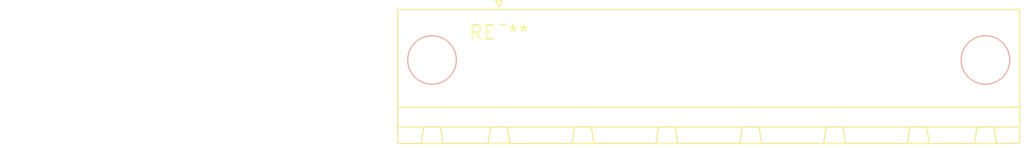
<source format=kicad_pcb>
(kicad_pcb (version 20240108) (generator pcbnew)
  (layers (0 "F.Cu" signal) (31 "B.Cu" signal) (34 "B.Paste" user) (35 "F.Paste" user) (36 "B.SilkS" user "B.Silkscreen") (37 "F.SilkS" user "F.Silkscreen") (38 "B.Mask" user) (39 "F.Mask" user) (44 "Edge.Cuts" user))
  (net 0 "")
  (footprint "PhoenixContact_GMSTB_2,5_6-GF-7,62_1x06_P7.62mm_Horizontal_ThreadedFlange_MountHole" (layer "F.Cu") (at 0 0)
    (property "Reference" "REF**")
    (property "Value" "PhoenixContact_GMSTB_2,5_6-GF-7,62_1x06_P7.62mm_Horizontal_ThreadedFlange_MountHole")
    (fp_circle (center -6.1 2.5) (end -3.89 2.5) (layer "B.SilkS") (stroke (width 0.12)) (fill none))
    (fp_circle (center 44.2 2.5) (end 46.41 2.5) (layer "B.SilkS") (stroke (width 0.12)) (fill none))
    (fp_line (start -9.21 -2.11) (end -9.21 10.11) (layer "F.SilkS") (stroke (width 0.12)))
    (fp_line (start -9.21 6.81) (end 47.31 6.81) (layer "F.SilkS") (stroke (width 0.12)))
    (fp_line (start -9.21 8.61) (end -9.21 6.81) (layer "F.SilkS") (stroke (width 0.12)))
    (fp_line (start -9.21 10.11) (end 47.31 10.11) (layer "F.SilkS") (stroke (width 0.12)))
    (fp_line (start -7.1 10.11) (end -5.1 10.11) (layer "F.SilkS") (stroke (width 0.12)))
    (fp_line (start -6.85 8.61) (end -7.1 10.11) (layer "F.SilkS") (stroke (width 0.12)))
    (fp_line (start -5.35 8.61) (end -6.85 8.61) (layer "F.SilkS") (stroke (width 0.12)))
    (fp_line (start -5.1 10.11) (end -5.35 8.61) (layer "F.SilkS") (stroke (width 0.12)))
    (fp_line (start -1 10.11) (end 1 10.11) (layer "F.SilkS") (stroke (width 0.12)))
    (fp_line (start -0.75 8.61) (end -1 10.11) (layer "F.SilkS") (stroke (width 0.12)))
    (fp_line (start -0.3 -2.91) (end 0.3 -2.91) (layer "F.SilkS") (stroke (width 0.12)))
    (fp_line (start 0 -2.31) (end -0.3 -2.91) (layer "F.SilkS") (stroke (width 0.12)))
    (fp_line (start 0.3 -2.91) (end 0 -2.31) (layer "F.SilkS") (stroke (width 0.12)))
    (fp_line (start 0.75 8.61) (end -0.75 8.61) (layer "F.SilkS") (stroke (width 0.12)))
    (fp_line (start 1 10.11) (end 0.75 8.61) (layer "F.SilkS") (stroke (width 0.12)))
    (fp_line (start 6.62 10.11) (end 8.62 10.11) (layer "F.SilkS") (stroke (width 0.12)))
    (fp_line (start 6.87 8.61) (end 6.62 10.11) (layer "F.SilkS") (stroke (width 0.12)))
    (fp_line (start 8.37 8.61) (end 6.87 8.61) (layer "F.SilkS") (stroke (width 0.12)))
    (fp_line (start 8.62 10.11) (end 8.37 8.61) (layer "F.SilkS") (stroke (width 0.12)))
    (fp_line (start 14.24 10.11) (end 16.24 10.11) (layer "F.SilkS") (stroke (width 0.12)))
    (fp_line (start 14.49 8.61) (end 14.24 10.11) (layer "F.SilkS") (stroke (width 0.12)))
    (fp_line (start 15.99 8.61) (end 14.49 8.61) (layer "F.SilkS") (stroke (width 0.12)))
    (fp_line (start 16.24 10.11) (end 15.99 8.61) (layer "F.SilkS") (stroke (width 0.12)))
    (fp_line (start 21.86 10.11) (end 23.86 10.11) (layer "F.SilkS") (stroke (width 0.12)))
    (fp_line (start 22.11 8.61) (end 21.86 10.11) (layer "F.SilkS") (stroke (width 0.12)))
    (fp_line (start 23.61 8.61) (end 22.11 8.61) (layer "F.SilkS") (stroke (width 0.12)))
    (fp_line (start 23.86 10.11) (end 23.61 8.61) (layer "F.SilkS") (stroke (width 0.12)))
    (fp_line (start 29.48 10.11) (end 31.48 10.11) (layer "F.SilkS") (stroke (width 0.12)))
    (fp_line (start 29.73 8.61) (end 29.48 10.11) (layer "F.SilkS") (stroke (width 0.12)))
    (fp_line (start 31.23 8.61) (end 29.73 8.61) (layer "F.SilkS") (stroke (width 0.12)))
    (fp_line (start 31.48 10.11) (end 31.23 8.61) (layer "F.SilkS") (stroke (width 0.12)))
    (fp_line (start 37.1 10.11) (end 39.1 10.11) (layer "F.SilkS") (stroke (width 0.12)))
    (fp_line (start 37.35 8.61) (end 37.1 10.11) (layer "F.SilkS") (stroke (width 0.12)))
    (fp_line (start 38.85 8.61) (end 37.35 8.61) (layer "F.SilkS") (stroke (width 0.12)))
    (fp_line (start 39.1 10.11) (end 38.85 8.61) (layer "F.SilkS") (stroke (width 0.12)))
    (fp_line (start 43.2 10.11) (end 45.2 10.11) (layer "F.SilkS") (stroke (width 0.12)))
    (fp_line (start 43.45 8.61) (end 43.2 10.11) (layer "F.SilkS") (stroke (width 0.12)))
    (fp_line (start 44.95 8.61) (end 43.45 8.61) (layer "F.SilkS") (stroke (width 0.12)))
    (fp_line (start 45.2 10.11) (end 44.95 8.61) (layer "F.SilkS") (stroke (width 0.12)))
    (fp_line (start 47.31 -2.11) (end -9.21 -2.11) (layer "F.SilkS") (stroke (width 0.12)))
    (fp_line (start 47.31 6.81) (end 47.31 8.61) (layer "F.SilkS") (stroke (width 0.12)))
    (fp_line (start 47.31 8.61) (end -9.21 8.61) (layer "F.SilkS") (stroke (width 0.12)))
    (fp_line (start 47.31 10.11) (end 47.31 -2.11) (layer "F.SilkS") (stroke (width 0.12)))
    (pad "" np_thru_hole circle (at -6.1 2.5) (size 2.4 2.4) (drill 2.4) (layers *.Cu *.Mask))
    (pad "" np_thru_hole circle (at 44.2 2.5) (size 2.4 2.4) (drill 2.4) (layers *.Cu *.Mask))
    (pad "1" thru_hole roundrect (at 0 0) (size 2.1 3.6) (drill 1.4) (layers *.Cu *.Mask) (remove_unused_layers) (roundrect_rratio 0.119048))
    (pad "2" thru_hole oval (at 7.62 0) (size 2.1 3.6) (drill 1.4) (layers *.Cu *.Mask) (remove_unused_layers))
    (pad "3" thru_hole oval (at 15.24 0) (size 2.1 3.6) (drill 1.4) (layers *.Cu *.Mask) (remove_unused_layers))
    (pad "4" thru_hole oval (at 22.86 0) (size 2.1 3.6) (drill 1.4) (layers *.Cu *.Mask) (remove_unused_layers))
    (pad "5" thru_hole oval (at 30.48 0) (size 2.1 3.6) (drill 1.4) (layers *.Cu *.Mask) (remove_unused_layers))
    (pad "6" thru_hole oval (at 38.1 0) (size 2.1 3.6) (drill 1.4) (layers *.Cu *.Mask) (remove_unused_layers))
  )
)
</source>
